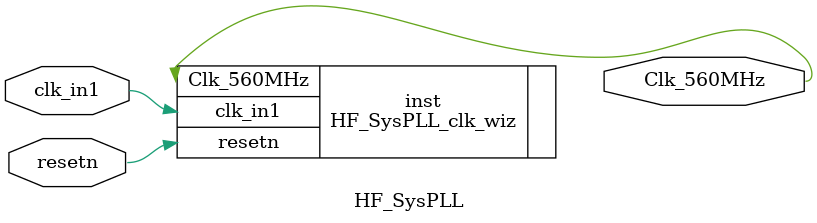
<source format=v>


`timescale 1ps/1ps

(* CORE_GENERATION_INFO = "HF_SysPLL,clk_wiz_v6_0_9_0_0,{component_name=HF_SysPLL,use_phase_alignment=true,use_min_o_jitter=false,use_max_i_jitter=false,use_dyn_phase_shift=false,use_inclk_switchover=false,use_dyn_reconfig=false,enable_axi=0,feedback_source=FDBK_AUTO,PRIMITIVE=MMCM,num_out_clk=1,clkin1_period=12.500,clkin2_period=10.000,use_power_down=false,use_reset=true,use_locked=false,use_inclk_stopped=false,feedback_type=SINGLE,CLOCK_MGR_TYPE=NA,manual_override=false}" *)

module HF_SysPLL 
 (
  // Clock out ports
  output        Clk_560MHz,
  // Status and control signals
  input         resetn,
 // Clock in ports
  input         clk_in1
 );

  HF_SysPLL_clk_wiz inst
  (
  // Clock out ports  
  .Clk_560MHz(Clk_560MHz),
  // Status and control signals               
  .resetn(resetn), 
 // Clock in ports
  .clk_in1(clk_in1)
  );

endmodule

</source>
